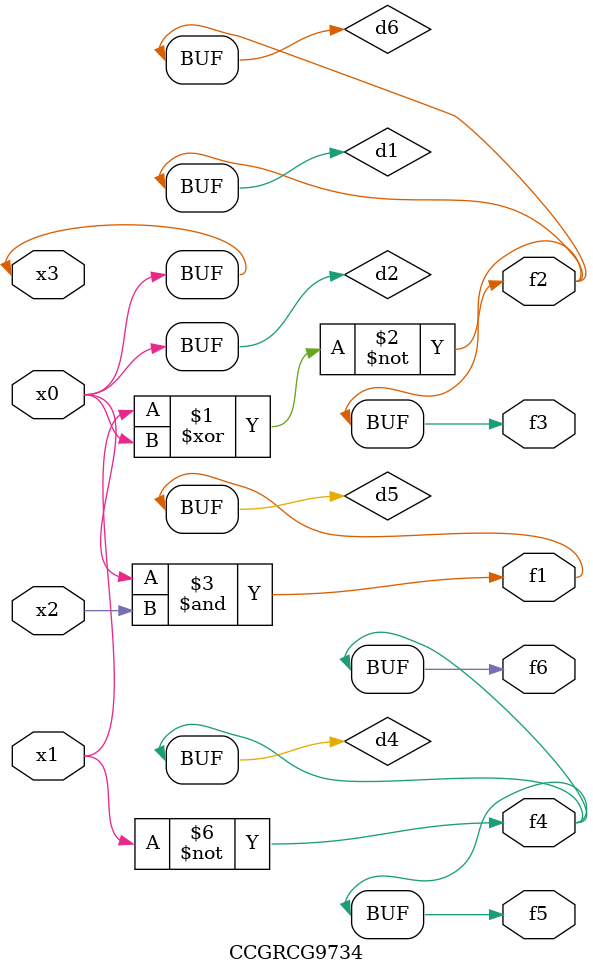
<source format=v>
module CCGRCG9734(
	input x0, x1, x2, x3,
	output f1, f2, f3, f4, f5, f6
);

	wire d1, d2, d3, d4, d5, d6;

	xnor (d1, x1, x3);
	buf (d2, x0, x3);
	nand (d3, x0, x2);
	not (d4, x1);
	nand (d5, d3);
	or (d6, d1);
	assign f1 = d5;
	assign f2 = d6;
	assign f3 = d6;
	assign f4 = d4;
	assign f5 = d4;
	assign f6 = d4;
endmodule

</source>
